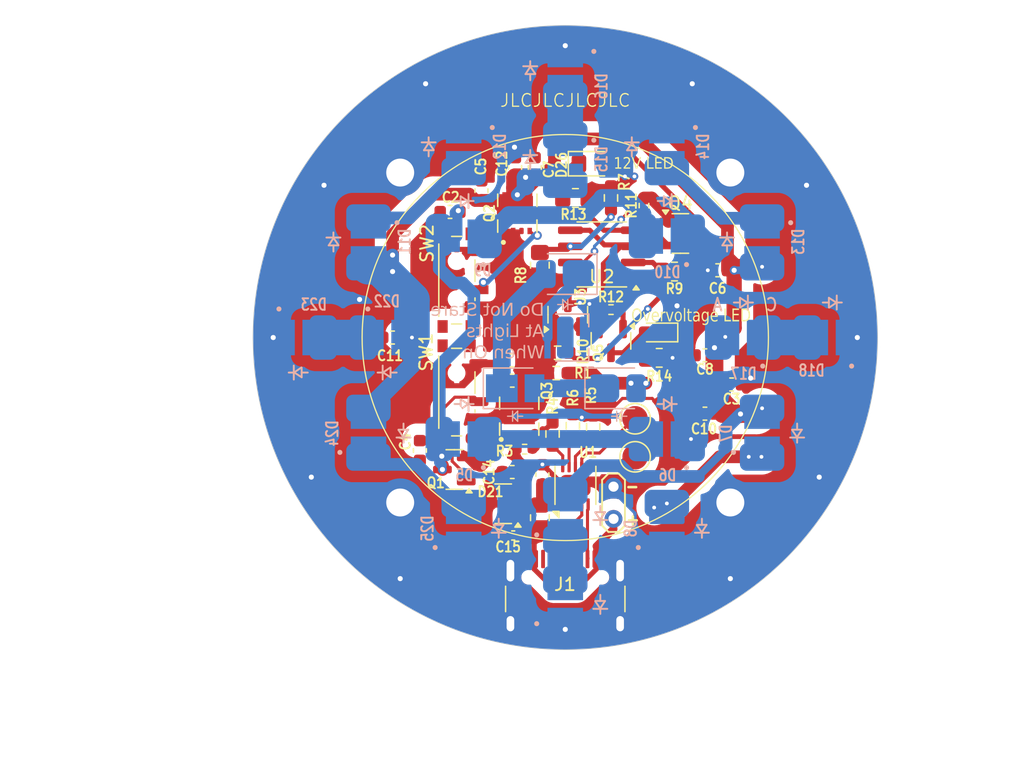
<source format=kicad_pcb>
(kicad_pcb (version 20221018) (generator pcbnew)
  (layers (0 "F.Cu" signal) (31 "B.Cu" signal) (34 "B.Paste" user) (35 "F.Paste" user) (36 "B.SilkS" user "B.Silkscreen") (37 "F.SilkS" user "F.Silkscreen") (38 "B.Mask" user) (39 "F.Mask" user) (44 "Edge.Cuts" user))
  (net 0 "")
  (net 1 "GND")
  (net 2 "VBUS")
  (net 3 "+12V")
  (net 4 "Net-(D10-A)")
  (net 5 "Net-(D2-K)")
  (net 6 "Net-(D24-K)")
  (net 7 "Net-(D26-K)")
  (net 8 "Net-(D26-A)")
  (net 9 "/CC1")
  (net 10 "/CC2")
  (net 11 "Net-(Q1-G)")
  (net 12 "/VREF")
  (net 13 "Net-(U1-VIN)")
  (net 14 "Net-(U1-VSET)")
  (net 15 "Net-(U1-ISET)")
  (net 16 "Net-(U1-Gate)")
  (net 17 "Net-(D5-A)")
  (net 18 "Net-(D11-A)")
  (net 19 "Net-(D1-A)")
  (net 20 "Net-(D1-K)")
  (net 21 "Net-(D3-K)")
  (net 22 "Net-(D5-K)")
  (net 23 "Net-(D7-K)")
  (net 24 "Net-(D11-K)")
  (net 25 "Net-(D13-K)")
  (net 26 "Net-(D15-K)")
  (net 27 "Net-(D17-K)")
  (net 28 "Net-(D19-K)")
  (net 29 "Net-(D22-K)")
  (net 30 "Net-(D27-K)")
  (net 31 "Net-(D27-A)")
  (net 34 "Net-(SW2-B)")
  (net 35 "Net-(Q3-Pad4)")
  (net 36 "Net-(Q4-G)")
  (net 37 "Net-(Q5-G)")
  (net 40 "Net-(U1-SCL)")
  (net 41 "Net-(U1-SDA)")
  (net 45 "Net-(U2B--)")
  (net 48 "Net-(U2A--)")
  (footprint "Capacitor_SMD:C_0603_1608Metric" (layer "F.Cu") (at 95.825 103.4 180)
    (fp_text reference "C13")
    (fp_text value "1 uF 50V X5R")
  )
  (footprint "Capacitor_SMD:C_0603_1608Metric" (layer "F.Cu") (at 111 101.4 180)
    (fp_text reference "C8")
    (fp_text value "1 uF 50V X5R")
  )
  (footprint "PowerIC:TRANS_AONR21307" (layer "F.Cu") (at 96.375 106.2 90)
    (fp_text reference "Q3")
    (fp_text value "P-Channel DFN-8")
  )
  (footprint "TestPoint:TestPoint_Pad_D2.0mm" (layer "F.Cu") (at 105.5 109.4)
    (fp_text reference "TP3")
    (fp_text value "TPI")
  )
  (footprint "Resistor_SMD:R_0805_2012Metric_Pad1.20x1.40mm_HandSolder" (layer "F.Cu") (at 100.8 89 180)
    (fp_text reference "R13")
    (fp_text value "680")
  )
  (footprint "Package_DFN_QFN:DFN-10-1EP_3x3mm_P0.5mm_EP1.65x2.38mm" (layer "F.Cu") (at 100.8 111.65 90)
    (fp_text reference "U1")
    (fp_text value "HUSB238")
  )
  (footprint "Capacitor_SMD:C_0603_1608Metric" (layer "F.Cu") (at 88.55 108.9 -90)
    (fp_text reference "C4")
    (fp_text value "1 uF 50V X5R")
  )
  (footprint "Resistor_SMD:R_0603_1608Metric_Pad0.98x0.95mm_HandSolder" (layer "F.Cu") (at 102.2 107.05 90)
    (fp_text reference "R5")
    (fp_text value "10K")
  )
  (footprint "Package_TO_SOT_SMD:SOT-23" (layer "F.Cu") (at 103.6 100.2625 -90)
    (fp_text reference "Q5")
    (fp_text value "AO3401A")
  )
  (footprint "Capacitor_SMD:C_0603_1608Metric" (layer "F.Cu") (at 93.4 88.425 90)
    (fp_text reference "C5")
    (fp_text value "1 uF 50V X5R")
  )
  (footprint "Connector_USB:USB_C_Receptacle_HRO_TYPE-C-31-M-12" (layer "F.Cu") (at 100 121.5)
    (fp_text reference "J1")
    (fp_text value "USB_C_Receptacle_USB2.0")
  )
  (footprint "MountingHole:MountingHole_2.2mm_M2_DIN965_Pad" (layer "F.Cu") (at 113 87)
    (fp_text reference "H1")
    (fp_text value "Mnt")
  )
  (footprint "Resistor_SMD:R_0402_1005Metric_Pad0.72x0.64mm_HandSolder" (layer "F.Cu") (at 106.2 89.6 90)
    (fp_text reference "R11")
    (fp_text value "200K")
  )
  (footprint "Resistor_SMD:R_0603_1608Metric_Pad0.98x0.95mm_HandSolder" (layer "F.Cu") (at 103.6 89 90)
    (fp_text reference "R7")
    (fp_text value "180")
  )
  (footprint "Capacitor_SMD:C_0603_1608Metric" (layer "F.Cu") (at 95.8 101.8 180)
    (fp_text reference "C1")
    (fp_text value "1 uF 50V X5R")
  )
  (footprint "Package_TO_SOT_SMD:SOT-23" (layer "F.Cu") (at 95.1125 113.1 180)
    (fp_text reference "D21")
    (fp_text value "SM712_SOT23")
  )
  (footprint "Button_Switch_SMD:SW_SPDT_PCM12" (layer "F.Cu") (at 91.77 95.48 -90)
    (fp_text reference "SW2")
    (fp_text value "SW_SPDT")
  )
  (footprint "Capacitor_SMD:C_0402_1005Metric_Pad0.74x0.62mm_HandSolder" (layer "F.Cu") (at 95.9 115.6)
    (fp_text reference "C15")
    (fp_text value "10 nF 50V X7R")
  )
  (footprint "Package_TO_SOT_SMD:SOT-23" (layer "F.Cu") (at 91.2625 110.4 180)
    (fp_text reference "Q1")
    (fp_text value "AO3401A")
  )
  (footprint "Capacitor_SMD:C_0603_1608Metric" (layer "F.Cu") (at 97.6 86.6 90)
    (fp_text reference "C7")
    (fp_text value "1 uF 50V X5R")
  )
  (footprint "LED_SMD:LED_0603_1608Metric_Pad1.05x0.95mm_HandSolder" (layer "F.Cu") (at 107.2 99.6 180)
    (fp_text reference "D27")
    (fp_text value "RI_LED")
  )
  (footprint "LED_SMD:LED_0805_2012Metric_Pad1.15x1.40mm_HandSolder" (layer "F.Cu") (at 102.1 86.3)
    (fp_text reference "D26")
    (fp_text value "GI_LED")
  )
  (footprint "PowerIC:TRANS_AONR21307" (layer "F.Cu") (at 96.225 90.2 90)
    (fp_text reference "Q2")
    (fp_text value "P-Channel DFN-8")
  )
  (footprint "Resistor_SMD:R_0603_1608Metric_Pad0.98x0.95mm_HandSolder" (layer "F.Cu") (at 100.6 106.95 90)
    (fp_text reference "R6")
    (fp_text value "4.53K")
  )
  (footprint "Resistor_SMD:R_0805_2012Metric_Pad1.20x1.40mm_HandSolder" (layer "F.Cu") (at 108.6 94.8)
    (fp_text reference "R9")
    (fp_text value "680")
  )
  (footprint "Capacitor_SMD:C_0603_1608Metric" (layer "F.Cu") (at 113.1 103.7)
    (fp_text reference "C3")
    (fp_text value "1 uF 50V X5R")
  )
  (footprint "Package_SO:SOIC-8_3.9x4.9mm_P1.27mm" (layer "F.Cu") (at 102.88 93.45 180)
    (fp_text reference "U2")
    (fp_text value "LM393")
  )
  (footprint "Package_TO_SOT_SMD:SOT-23" (layer "F.Cu") (at 109.0625 91.8)
    (fp_text reference "Q4")
    (fp_text value "AO3401A")
  )
  (footprint "Resistor_SMD:R_0805_2012Metric_Pad1.20x1.40mm_HandSolder" (layer "F.Cu") (at 98 114.2 90)
    (fp_text reference "R2")
    (fp_text value "10")
  )
  (footprint "Resistor_SMD:R_0603_1608Metric_Pad0.98x0.95mm_HandSolder" (layer "F.Cu") (at 99 107.6 -90)
    (fp_text reference "R4")
    (fp_text value "4.53K")
  )
  (footprint "Capacitor_SMD:C_0603_1608Metric" (layer "F.Cu") (at 96.05 86.6 90)
    (fp_text reference "C12")
    (fp_text value "1 uF 50V X5R")
  )
  (footprint "Resistor_SMD:R_0603_1608Metric_Pad0.98x0.95mm_HandSolder" (layer "F.Cu") (at 99.2875 102.8)
    (fp_text reference "R1")
    (fp_text value "33")
  )
  (footprint "TestPoint:TestPoint_2Pads_Pitch2.54mm_Drill0.8mm" (layer "F.Cu") (at 103.8 111.75 -90)
    (fp_text reference "TP1")
    (fp_text value "TP")
  )
  (footprint "Package_TO_SOT_SMD:SOT-23" (layer "F.Cu") (at 100.2 98.2 90)
    (fp_text reference "U3")
    (fp_text value "TL431DBZ")
  )
  (footprint "Resistor_SMD:R_0603_1608Metric_Pad0.98x0.95mm_HandSolder" (layer "F.Cu") (at 99.4 101.2)
    (fp_text reference "R10")
    (fp_text value "2K7")
  )
  (footprint "MountingHole:MountingHole_2.2mm_M2_DIN965_Pad" (layer "F.Cu") (at 113 113)
    (fp_text reference "H3")
    (fp_text value "Mnt")
  )
  (footprint "TestPoint:TestPoint_Pad_D2.0mm" (layer "F.Cu") (at 105.5 106.4)
    (fp_text reference "TP2")
    (fp_text value "TPI")
  )
  (footprint "Resistor_SMD:R_0805_2012Metric_Pad1.20x1.40mm_HandSolder" (layer "F.Cu") (at 98 94.3 90)
    (fp_text reference "R8")
    (fp_text value "680")
  )
  (footprint "Capacitor_SMD:C_0603_1608Metric" (layer "F.Cu") (at 95.825 110.6 180)
    (fp_text reference "C14")
    (fp_text value "1 uF 50V X5R")
  )
  (footprint "Resistor_SMD:R_0805_2012Metric_Pad1.20x1.40mm_HandSolder" (layer "F.Cu") (at 107.4 101.6)
    (fp_text reference "R14")
    (fp_text value "680")
  )
  (footprint "Capacitor_SMD:C_0603_1608Metric" (layer "F.Cu") (at 112 94.7 180)
    (fp_text reference "C6")
    (fp_text value "1 uF 50V X5R")
  )
  (footprint "MountingHole:MountingHole_2.2mm_M2_DIN965_Pad" (layer "F.Cu") (at 87 87)
    (fp_text reference "H2")
    (fp_text value "Mnt")
  )
  (footprint "Button_Switch_SMD:SW_SPDT_PCM12" (layer "F.Cu") (at 91.77 104.3 -90)
    (fp_text reference "SW1")
    (fp_text value "SW_SPDT")
  )
  (footprint "Resistor_SMD:R_0402_1005Metric_Pad0.72x0.64mm_HandSolder" (layer "F.Cu") (at 103.6 97.8)
    (fp_text reference "R12")
    (fp_text value "200K")
  )
  (footprint "Capacitor_SMD:C_0603_1608Metric" (layer "F.Cu") (at 111 106 180)
    (fp_text reference "C10")
    (fp_text value "1 uF 50V X5R")
  )
  (footprint "Capacitor_SMD:C_0603_1608Metric" (layer "F.Cu") (at 90.925 90.1 180)
    (fp_text reference "C2")
    (fp_text value "1 uF 50V X5R")
  )
  (footprint "Capacitor_SMD:C_0603_1608Metric" (layer "F.Cu") (at 98.2 110.8 90)
    (fp_text reference "C9")
    (fp_text value "1 uF 50V X5R")
  )
  (footprint "Capacitor_SMD:C_0603_1608Metric" (layer "F.Cu") (at 86.4 100 180)
    (fp_text reference "C11")
    (fp_text value "1 uF 50V X5R")
  )
  (footprint "MountingHole:MountingHole_2.2mm_M2_DIN965_Pad" (layer "F.Cu") (at 87 113)
    (fp_text reference "H4")
    (fp_text value "Mnt")
  )
  (footprint "Resistor_SMD:R_0402_1005Metric_Pad0.72x0.64mm_HandSolder" (layer "F.Cu") (at 96.8 108.8 180)
    (fp_text reference "R3")
    (fp_text value "200K")
  )
  (footprint "PowerIC:LED_SMD3030" (layer "B.Cu") (at 115.5 107.5)
    (fp_text reference "D7")
    (fp_text value "W_LED")
  )
  (footprint "PowerIC:LED_SMD3030" (layer "B.Cu") (at 100 114)
    (fp_text reference "D19")
    (fp_text value "W_LED")
  )
  (footprint "PowerIC:LED_SMD3030" (layer "B.Cu") (at 84.5 92.5 180)
    (fp_text reference "D11")
    (fp_text value "W_LED")
  )
  (footprint "PowerIC:LED_SMD3030" (layer "B.Cu") (at 86 100 -90)
    (fp_text reference "D22")
    (fp_text value "W_LED")
  )
  (footprint "PowerIC:LED_SMD3030" (layer "B.Cu") (at 92 108 90)
    (fp_text reference "D5")
    (fp_text value "G_LED")
  )
  (footprint "PowerIC:LED_SMD3030" (layer "B.Cu") (at 100 79 180)
    (fp_text reference "D16")
    (fp_text value "W_LED")
  )
  (footprint "PowerIC:LED_SMD3030" (layer "B.Cu") (at 108 85 180)
    (fp_text reference "D14")
    (fp_text value "W_LED")
  )
  (footprint "PowerIC:LED_SMD3030" (layer "B.Cu") (at 121 100 90)
    (fp_text reference "D18")
    (fp_text value "W_LED")
  )
  (footprint "PowerIC:LED_SMD3030" (layer "B.Cu") (at 115.5 92.5 180)
    (fp_text reference "D13")
    (fp_text value "W_LED")
  )
  (footprint "PowerIC:LED_SMD3030" (layer "B.Cu") (at 92 115)
    (fp_text reference "D25")
    (fp_text value "W_LED")
  )
  (footprint "LED_SMD:LED_PLCC_2835_Handsoldering" (layer "B.Cu") (at 100 95 180)
    (fp_text reference "D3")
    (fp_text value "FR_LED")
  )
  (footprint "LED_SMD:LED_Cree-XHP35" (layer "B.Cu") (at 100 100 180)
    (fp_text reference "D4")
    (fp_text value "UV_LED")
  )
  (footprint "PowerIC:LED_SMD3030" (layer "B.Cu") (at 108 92 90)
    (fp_text reference "D10")
    (fp_text value "G_LED")
  )
  (footprint "PowerIC:LED_SMD3030" (layer "B.Cu") (at 100 121)
    (fp_text reference "D20")
    (fp_text value "W_LED")
  )
  (footprint "LED_SMD:LED_PLCC_2835_Handsoldering" (layer "B.Cu") (at 104.05 104)
    (fp_text reference "D1")
    (fp_text value "FR_LED")
  )
  (footprint "PowerIC:LED_SMD3030" (layer "B.Cu") (at 114 100 90)
    (fp_text reference "D17")
    (fp_text value "W_LED")
  )
  (footprint "PowerIC:LED_SMD3030" (layer "B.Cu") (at 108 115)
    (fp_text reference "D8")
    (fp_text value "W_LED")
  )
  (footprint "LED_SMD:LED_PLCC_2835_Handsoldering" (layer "B.Cu") (at 96.05 104)
    (fp_text reference "D2")
    (fp_text value "FR_LED")
  )
  (footprint "PowerIC:LED_SMD3030" (layer "B.Cu") (at 79 100 -90)
    (fp_text reference "D23")
    (fp_text value "W_LED")
  )
  (footprint "PowerIC:LED_SMD3030" (layer "B.Cu") (at 100 86 180)
    (fp_text reference "D15")
    (fp_text value "W_LED")
  )
  (footprint "PowerIC:LED_SMD3030" (layer "B.Cu") (at 108 108 90)
    (fp_text reference "D6")
    (fp_text value "G_LED")
  )
  (footprint "PowerIC:LED_SMD3030" (layer "B.Cu") (at 84.5 107.5)
    (fp_text reference "D24")
    (fp_text value "W_LED")
  )
  (footprint "PowerIC:LED_SMD3030" (layer "B.Cu") (at 92 85 180)
    (fp_text reference "D12")
    (fp_text value "W_LED")
  )
  (footprint "PowerIC:LED_SMD3030" (layer "B.Cu") (at 92 92 90)
    (fp_text reference "D9")
    (fp_text value "G_LED")
  )
  (gr_line (start 99.4 97.4) (end 99.8 97.4) (stroke (width 0.1)) (layer "B.SilkS"))
  (gr_line (start 104.05 106.2) (end 104.45 106.6) (stroke (width 0.1)) (layer "B.SilkS"))
  (gr_line (start 99.8 97) (end 99.8 97.8) (stroke (width 0.1)) (layer "B.SilkS"))
  (gr_line (start 104.45 106.6) (end 104.45 105.8) (stroke (width 0.1)) (layer "B.SilkS"))
  (gr_line (start 99.8 97.8) (end 100.2 97.4) (stroke (width 0.1)) (layer "B.SilkS"))
  (gr_line (start 96.25 105.8) (end 95.85 106.2) (stroke (width 0.1)) (layer "B.SilkS"))
  (gr_line (start 104.05 106.6) (end 104.05 105.8) (stroke (width 0.1)) (layer "B.SilkS"))
  (gr_line (start 104.45 105.8) (end 104.05 106.2) (stroke (width 0.1)) (layer "B.SilkS"))
  (gr_line (start 100.2 97) (end 100.2 97.8) (stroke (width 0.1)) (layer "B.SilkS"))
  (gr_line (start 95.85 106.2) (end 96.25 106.6) (stroke (width 0.1)) (layer "B.SilkS"))
  (gr_line (start 96.25 106.6) (end 96.25 105.8) (stroke (width 0.1)) (layer "B.SilkS"))
  (gr_line (start 96.65 106.2) (end 96.25 106.2) (stroke (width 0.1)) (layer "B.SilkS"))
  (gr_line (start 104.85 106.2) (end 104.45 106.2) (stroke (width 0.1)) (layer "B.SilkS"))
  (gr_line (start 100.2 97.4) (end 99.8 97) (stroke (width 0.1)) (layer "B.SilkS"))
  (gr_line (start 104.05 106.2) (end 103.65 106.2) (stroke (width 0.1)) (layer "B.SilkS"))
  (gr_line (start 95.85 106.2) (end 95.45 106.2) (stroke (width 0.1)) (layer "B.SilkS"))
  (gr_line (start 95.85 106.6) (end 95.85 105.8) (stroke (width 0.1)) (layer "B.SilkS"))
  (gr_line (start 100.2 97.4) (end 100.6 97.4) (stroke (width 0.1)) (layer "B.SilkS"))
  (gr_circle (center 100 100) (end 116 100) (stroke (width 0.1)) (fill none) (layer "F.SilkS"))
  (gr_circle (center 100 100) (end 124.6 100) (stroke (width 0.05)) (fill none) (layer "Edge.Cuts"))
  (gr_text "C     A" (at 116.8 98) (layer "B.SilkS") (effects (font (size 1 0.9) (thickness 0.15) bold) (justify left bottom mirror)))
  (gr_text "Do Not Stare\nAt Lights\nWhen On" (at 98.35 101.81) (layer "B.SilkS") (effects (font (size 1 1) (thickness 0.1)) (justify left bottom mirror)))
  (gr_text "JLCJLCJLCJLC" (at 100 81.9) (layer "F.SilkS") (effects (font (size 1 1) (thickness 0.1)) (justify bottom)))
  (gr_text "+" (at 104.7 114.82) (layer "F.SilkS") (effects (font (size 0.8 0.8) (thickness 0.2) bold) (justify left bottom)))
  (gr_text "12V LED" (at 103.8 86.85) (layer "F.SilkS") (effects (font (size 0.9 0.8) (thickness 0.1)) (justify left bottom)))
  (gr_text "-" (at 104.65 112.2) (layer "F.SilkS") (effects (font (size 0.8 0.8) (thickness 0.2) bold) (justify left bottom)))
  (gr_text "Overvoltage LED" (at 105.2 98.9) (layer "F.SilkS") (effects (font (size 1 0.8) (thickness 0.1)) (justify left bottom)))
  (segment (start 103.1625 106.1375) (end 102.2 106.1375) (width 0.24) (layer "F.Cu") (net 1))
  (segment (start 96.595 117.455) (end 95.68 118.37) (width 0.8) (layer "F.Cu") (net 1))
  (segment (start 93.2 102.05) (end 94.775 102.05) (width 0.6) (layer "F.Cu") (net 1))
  (segment (start 90.15 90.1) (end 90.05 90.1) (width 0.4) (layer "F.Cu") (net 1))
  (segment (start 94.125 113.1) (end 94.125 111.525) (width 1) (layer "F.Cu") (net 1))
  (segment (start 104.7 87.3) (end 105.45 87.3) (width 0.4) (layer "F.Cu") (net 1))
  (segment (start 93.2 102.6) (end 93.2 102.05) (width 0.4) (layer "F.Cu") (net 1))
  (segment (start 100.8 111.75) (end 101.2 111.35) (width 0.8) (layer "F.Cu") (net 1))
  (segment (start 95.05 101.825) (end 95.025 101.8) (width 0.4) (layer "F.Cu") (net 1))
  (segment (start 103.9125 88.0875) (end 104.7 87.3) (width 0.4) (layer "F.Cu") (net 1))
  (segment (start 92 103.8) (end 93.2 102.6) (width 0.4) (layer "F.Cu") (net 1))
  (segment (start 109.9 107.85) (end 106.85 104.8) (width 0.24) (layer "F.Cu") (net 1))
  (segment (start 109.9 108) (end 109.9 107.85) (width 0.24) (layer "F.Cu") (net 1))
  (segment (start 101.2 111.35) (end 103 111.35) (width 0.8) (layer "F.Cu") (net 1))
  (segment (start 106.85 104.8) (end 104.5 104.8) (width 0.24) (layer "F.Cu") (net 1))
  (segment (start 103 111.35) (end 103.4 111.75) (width 0.8) (layer "F.Cu") (net 1))
  (segment (start 101.15 97.2625) (end 100.2 97.2625) (width 0.4) (layer "F.Cu") (net 1))
  (segment (start 90.75 93.05) (end 90.55 93.05) (width 0.4) (layer "F.Cu") (net 1))
  (segment (start 96.75 117.455) (end 96.595 117.455) (width 0.4) (layer "F.Cu") (net 1))
  (segment (start 109.6 94.8) (end 111.125 94.8) (width 1.4) (layer "F.Cu") (net 1))
  (segment (start 101.2375 97.35) (end 101.15 97.2625) (width 0.4) (layer "F.Cu") (net 1))
  (segment (start 85.625 100.525) (end 88.9 103.8) (width 0.4) (layer "F.Cu") (net 1))
  (segment (start 94.775 102.05) (end 95.025 101.8) (width 0.4) (layer "F.Cu") (net 1))
  (segment (start 85.625 97.975) (end 85.625 100) (width 0.4) (layer "F.Cu") (net 1))
  (segment (start 95.05 103.4) (end 95.05 101.825) (width 0.4) (layer "F.Cu") (net 1))
  (segment (start 108.4 101.6) (end 108.45 101.6) (width 1.4) (layer "F.Cu") (net 1))
  (segment (start 100.6 106.2875) (end 101.2875 106.2875) (width 0.4) (layer "F.Cu") (net 1))
  (segment (start 103.6 88.0875) (end 103.9125 88.0875) (width 0.4) (layer "F.Cu") (net 1))
  (segment (start 101.8 90.3) (end 101.8 89) (width 0.4) (layer "F.Cu") (net 1))
  (segment (start 98.2 110) (end 99.95 111.75) (width 0.4) (layer "F.Cu") (net 1))
  (segment (start 85.625 100) (end 85.625 100.525) (width 0.4) (layer "F.Cu") (net 1))
  (segment (start 101.9 97.35) (end 101.2375 97.35) (width 0.4) (layer "F.Cu") (net 1))
  (segment (start 88.85 92.7) (end 89.2 93.05) (width 0.4) (layer "F.Cu") (net 1))
  (segment (start 88.9 103.8) (end 92 103.8) (width 0.4) (layer "F.Cu") (net 1))
  (segment (start 88.85 91.3) (end 88.85 92.7) (width 0.4) (layer "F.Cu") (net 1))
  (segment (start 90.55 93.05) (end 85.625 97.975) (width 0.4) (layer "F.Cu") (net 1))
  (segment (start 93.2 93.2) (end 93.05 93.05) (width 0.4) (layer "F.Cu") (net 1))
  (segment (start 89.2 93.05) (end 90.75 93.05) (width 0.4) (layer "F.Cu") (net 1))
  (segment (start 111.125 94.8) (end 111.225 94.7) (width 1.4) (layer "F.Cu") (net 1))
  (segment (start 103.25 117.455) (end 103.405 117.455) (width 0.4) (layer "F.Cu") (net 1))
  (segment (start 103.045 91.545) (end 101.8 90.3) (width 0.4) (layer "F.Cu") (net 1))
  (segment (start 94.125 111.525) (end 95.05 110.6) (width 1) (layer "F.Cu") (net 1))
  (segment (start 99.95 111.75) (end 100.8 111.75) (width 0.4) (layer "F.Cu") (net 1))
  (segment (start 101.2875 106.2875) (end 101.3 106.3) (width 0.4) (layer "F.Cu") (net 1))
  (segment (start 98.2 110.025) (end 98.2 110) (width 0.4) (layer "F.Cu") (net 1))
  (segment (start 105.355 91.545) (end 103.045 91.545) (width 0.4) (layer "F.Cu") (net 1))
  (segment (start 104.5 104.8) (end 103.1625 106.1375) (width 0.24) (layer "F.Cu") (net 1))
  (segment (start 103.4 111.75) (end 103.8 112.15) (width 0.4) (layer "F.Cu") (net 1))
  (segment (start 103.405 117.455) (end 104.32 118.37) (width 0.8) (layer "F.Cu") (net 1))
  (segment (start 90.05 90.1) (end 88.85 91.3) (width 0.4) (layer "F.Cu") (net 1))
  (segment (start 93.05 93.05) (end 90.75 93.05) (width 0.4) (layer "F.Cu") (net 1))
  (via (at 89 80) (size 0.7) (drill 0.4) (layers "F.Cu" "B.Cu") (net 1))
  (via (at 77 100) (size 0.7) (drill 0.4) (layers "F.Cu" "B.Cu") (net 1))
  (via (at 98.2 110) (size 0.6) (drill 0.3) (layers "F.Cu" "B.Cu") (net 1))
  (via (at 108.45 101.6) (size 0.6) (drill 0.3) (layers "F.Cu" "B.Cu") (net 1))
  (via (at 87 119) (size 0.7) (drill 0.4) (layers "F.Cu" "B.Cu") (net 1))
  (via (at 110 80) (size 0.7) (drill 0.4) (layers "F.Cu" "B.Cu") (net 1))
  (via (at 108.8 97.5) (size 0.7) (drill 0.4) (layers "F.Cu" "B.Cu") (net 1))
  (via (at 81 88) (size 0.7) (drill 0.4) (layers "F.Cu" "B.Cu") (net 1))
  (via (at 101.9 97.35) (size 0.6) (drill 0.3) (layers "F.Cu" "B.Cu") (net 1))
  (via (at 113 119) (size 0.7) (drill 0.4) (layers "F.Cu" "B.Cu") (net 1))
  (via (at 105.45 87.3) (size 0.6) (drill 0.3) (layers "F.Cu" "B.Cu") (net 1))
  (via (at 96 85) (size 0.7) (drill 0.4) (layers "F.Cu" "B.Cu") (net 1))
  (via (at 100 123) (size 0.7) (drill 0.4) (layers "F.Cu" "B.Cu") (net 1))
  (via (at 123 100) (size 0.7) (drill 0.4) (layers "F.Cu" "B.Cu") (net 1))
  (via (at 104.7 87.3) (size 0.6) (drill 0.3) (layers "F.Cu" "B.Cu") (net 1))
  (via (at 83.8 97) (size 0.7) (drill 0.4) (layers "F.Cu" "B.Cu") (net 1))
  (via (at 114.6 103.2) (size 0.7) (drill 0.4) (layers "F.Cu" "B.Cu") (net 1))
  (via (at 101.3 106.3) (size 0.6) (drill 0.3) (layers "F.Cu" "B.Cu") (net 1))
  (via (at 101.15 97.2625) (size 0.6) (drill 0.3) (layers "F.Cu" "B.Cu") (net 1))
  (via (at 109.9 108) (size 0.6) (drill 0.3) (layers "F.Cu" "B.Cu") (net 1))
  (via (at 111.225 94.7) (size 0.6) (drill 0.3) (layers "F.Cu" "B.Cu") (net 1))
  (via (at 119 88) (size 0.7) (drill 0.4) (layers "F.Cu" "B.Cu") (net 1))
  (via (at 120 111) (size 0.7) (drill 0.4) (layers "F.Cu" "B.Cu") (net 1))
  (via (at 100 77) (size 0.7) (drill 0.4) (layers "F.Cu" "B.Cu") (net 1))
  (via (at 80 111) (size 0.7) (drill 0.4) (layers "F.Cu" "B.Cu") (net 1))
  (segment (start 103.8 112.15) (end 105.5 113.85) (width 0.24) (layer "B.Cu") (net 1))
  (segment (start 109.925 108) (end 109.9 108) (width 0.24) (layer "B.Cu") (net 1))
  (segment (start 105.9 115.2) (end 107.625 116.925) (width 0.24) (layer "B.Cu") (net 1))
  (segment (start 105.5 113.85) (end 105.5 115.2) (width 0.24) (layer "B.Cu") (net 1))
  (segment (start 107.625 116.925) (end 108 116.925) (width 0.24) (layer "B.Cu") (net 1))
  (segment (start 105.5 115.2) (end 105.9 115.2) (width 0.24) (layer "B.Cu") (net 1))
  (segment (start 103.8 115.1) (end 103.8 114.69) (width 0.6) (layer "F.Cu") (net 2))
  (segment (start 97.55 117.455) (end 97.55 115.65) (width 0.4) (layer "F.Cu") (net 2))
  (segment (start 102.45 117.455) (end 102.45 116.45) (width 0.5) (layer "F.Cu") (net 2))
  (segment (start 99.126016 119.82) (end 97.55 118.243984) (width 0.4) (layer "F.Cu") (net 2))
  (segment (start 102.45 118.243984) (end 100.873984 119.82) (width 0.4) (layer "F.Cu") (net 2))
  (segment (start 97.55 115.65) (end 98 115.2) (width 0.4) (layer "F.Cu") (net 2))
  (segment (start 97.55 118.243984) (end 97.55 117.455) (width 0.4) (layer "F.Cu") (net 2))
  (segment (start 100.873984 119.82) (end 99.126016 119.82) (width 0.4) (layer "F.Cu") (net 2))
  (segment (start 102.45 117.455) (end 102.45 118.243984) (width 0.4) (layer "F.Cu") (net 2))
  (segment (start 102.45 116.45) (end 103.8 115.1) (width 0.6) (layer "F.Cu") (net 2))
  (segment (start 93.925 92) (end 95.575 90.35) (width 1.4) (layer "B.Cu") (net 4))
  (segment (start 106.075 90.275) (end 106.075 92) (width 1.4) (layer "B.Cu") (net 4))
  (segment (start 101.55 90.35) (end 102.9 89) (width 1.3) (layer "B.Cu") (net 4))
  (segment (start 95.575 90.35) (end 101.55 90.35) (width 1.4) (layer "B.Cu") (net 4))
  (segment (start 102.9 89) (end 104.8 89) (width 1.4) (layer "B.Cu") (net 4))
  (segment (start 104.8 89) (end 106.075 90.275) (width 1.4) (layer "B.Cu") (net 4))
  (segment (start 98.475 95) (end 95 98.475) (width 1.4) (layer "B.Cu") (net 5))
  (segment (start 95 98.475) (end 95 104) (width 1.4) (layer "B.Cu") (net 5))
  (segment (start 85.075 110) (end 88.3 110) (width 1) (layer "B.Cu") (net 6))
  (segment (start 84.5 109.425) (end 85.075 110) (width 1) (layer "B.Cu") (net 6))
  (segment (start 88.3 110) (end 91.375 113.075) (width 1) (layer "B.Cu") (net 6))
  (segment (start 91.375 113.075) (end 92 113.075) (width 1) (layer "B.Cu") (net 6))
  (segment (start 101.075 86.3) (end 99.8 87.575) (width 1) (layer "F.Cu") (net 7))
  (segment (start 99.8 87.575) (end 99.8 89) (width 1) (layer "F.Cu") (net 7))
  (segment (start 110.3 91.5) (end 110 91.8) (width 0.4) (layer "F.Cu") (net 8))
  (segment (start 103.125 86.3) (end 103.675 85.75) (width 0.4) (layer "F.Cu") (net 8))
  (segment (start 103.675 85.75) (end 105.35 85.75) (width 0.4) (layer "F.Cu") (net 8))
  (segment (start 105.35 85.75) (end 110.3 90.7) (width 0.4) (layer "F.Cu") (net 8))
  (segment (start 110.3 90.7) (end 110.3 91.5) (width 0.4) (layer "F.Cu") (net 8))
  (segment (start 98.75 116.55) (end 98.75 117.455) (width 0.24) (layer "F.Cu") (net 9))
  (segment (start 101.3 114) (end 98.75 116.55) (width 0.24) (layer "F.Cu") (net 9))
  (segment (start 101.3 113.2) (end 101.3 114) (width 0.24) (layer "F.Cu") (net 9))
  (segment (start 101.75 117.455) (end 101.8 117.405) (width 0.24) (layer "F.Cu") (net 10))
  (segment (start 101.75 113.6) (end 101.75 117.455) (width 0.24) (layer "F.Cu") (net 10))
  (segment (start 101.8 113.55) (end 101.75 113.6) (width 0.24) (layer "F.Cu") (net 10))
  (segment (start 101.8 112.9) (end 101.8 113.55) (width 0.24) (layer "F.Cu") (net 10))
  (segment (start 92.15 110.806338) (end 92.15 111.4) (width 0.24) (layer "F.Cu") (net 11))
  (segment (start 90.4 106.5) (end 91.0925 107.1925) (width 0.24) (layer "F.Cu") (net 11))
  (segment (start 91.3 104.7) (end 90.4 105.6) (width 0.24) (layer "F.Cu") (net 11))
  (segment (start 90.4 105.6) (end 90.4 106.5) (width 0.24) (layer "F.Cu") (net 11))
  (segment (start 91.0925 109.748838) (end 92.15 110.806338) (width 0.24) (layer "F.Cu") (net 11))
  (segment (start 91.0925 107.1925) (end 91.0925 109.748838) (width 0.24) (layer "F.Cu") (net 11))
  (segment (start 93.2 105.05) (end 92.85 104.7) (width 0.24) (layer "F.Cu") (net 11))
  (segment (start 92.85 104.7) (end 91.3 104.7) (width 0.24) (layer "F.Cu") (net 11))
  (segment (start 103.9 92.7) (end 103.9 93.1) (width 0.4) (layer "F.Cu") (net 12))
  (segment (start 103.08 92.7) (end 103.9 92.7) (width 0.4) (layer "F.Cu") (net 12))
  (segment (start 108.06 92.815) (end 108.125 92.75) (width 0.4) (layer "F.Cu") (net 12))
  (segment (start 105.24 92.7) (end 105.355 92.815) (width 0.4) (layer "F.Cu") (net 12))
  (segment (start 101.925 91.545) (end 103.08 92.7) (width 0.4) (layer "F.Cu") (net 12))
  (segment (start 102.65 98.1525) (end 103.0025 97.8) (width 0.4) (layer "F.Cu") (net 12))
  (segment (start 105.355 92.815) (end 107.4 92.815) (width 0.4) (layer "F.Cu") (net 12))
  (segment (start 102.65 99.325) (end 102.65 98.1525) (width 0.4) (layer "F.Cu") (net 12))
  (segment (start 102.4625 99.1375) (end 102.65 99.325) (width 1) (layer "F.Cu") (net 12))
  (segment (start 106.2 90.1975) (end 106.2 90.2) (width 0.4) (layer "F.Cu") (net 12))
  (segment (start 107.4 92.815) (end 108.06 92.815) (width 0.4) (layer "F.Cu") (net 12))
  (segment (start 106.9 90.9) (end 106.9 91.525) (width 0.4) (layer "F.Cu") (net 12))
  (segment (start 103.9 92.7) (end 105.24 92.7) (width 0.4) (layer "F.Cu") (net 12))
  (segment (start 107.4 92.3) (end 107.4 92.815) (width 0.4) (layer "F.Cu") (net 12))
  (segment (start 101.15 99.1375) (end 102.4625 99.1375) (width 1) (layer "F.Cu") (net 12))
  (segment (start 106.2 90.2) (end 106.9 90.9) (width 0.4) (layer "F.Cu") (net 12))
  (segment (start 100.405 91.545) (end 101.925 91.545) (width 0.4) (layer "F.Cu") (net 12))
  (segment (start 107.5375 92.1625) (end 107.4 92.3) (width 0.4) (layer "F.Cu") (net 12))
  (segment (start 106.9 91.525) (end 107.5375 92.1625) (width 0.4) (layer "F.Cu") (net 12))
  (segment (start 103.9 93.1) (end 103.997501 93.197501) (width 0.4) (layer "F.Cu") (net 12))
  (segment (start 103.997501 93.197501) (end 104.380001 92.815) (width 0.4) (layer "F.Cu") (net 12))
  (segment (start 107.5375 92.1625) (end 108.125 92.75) (width 0.4) (layer "F.Cu") (net 12))
  (segment (start 103.0025 94.192501) (end 103.997501 93.197501) (width 0.4) (layer "F.Cu") (net 12))
  (segment (start 103.0025 97.8) (end 103.0025 94.192501) (width 0.4) (layer "F.Cu") (net 12))
  (segment (start 104.380001 92.815) (end 105.355 92.815) (width 0.4) (layer "F.Cu") (net 12))
  (segment (start 99.8 113) (end 99.6 113.2) (width 0.24) (layer "F.Cu") (net 13))
  (segment (start 99.6 113.2) (end 98 113.2) (width 0.4) (layer "F.Cu") (net 13))
  (segment (start 98.2 111.575) (end 98.2 113) (width 1) (layer "F.Cu") (net 13))
  (segment (start 98.2 113) (end 98 113.2) (width 1) (layer "F.Cu") (net 13))
  (segment (start 99.8 113.3) (end 99.8 113) (width 0.24) (layer "F.Cu") (net 13))
  (segment (start 102.2 108.2) (end 102.2 108) (width 0.24) (layer "F.Cu") (net 14))
  (segment (start 100.8 109.3625) (end 102.2 107.9625) (width 0.24) (layer "F.Cu") (net 14))
  (segment (start 100.8 110.4) (end 100.8 109.3625) (width 0.24) (layer "F.Cu") (net 14))
  (segment (start 100.3 108.4125) (end 100.3 110.4) (width 0.24) (layer "F.Cu") (net 15))
  (segment (start 100.6 108.1125) (end 100.3 108.4125) (width 0.24) (layer "F.Cu") (net 15))
  (segment (start 99.8 110.4) (end 99.8 109.3125) (width 0.24) (layer "F.Cu") (net 16))
  (segment (start 99.8 109.3125) (end 99 108.5125) (width 0.24) (layer "F.Cu") (net 16))
  (segment (start 88.825 108.125) (end 90.05 109.35) (width 0.24) (layer "F.Cu") (net 17))
  (segment (start 90.05 109.35) (end 90.275 109.35) (width 0.24) (layer "F.Cu") (net 17))
  (segment (start 90.325 110.1) (end 90.325 110.4) (width 1) (layer "F.Cu") (net 17))
  (segment (start 90.275 109.35) (end 90.275 110.05) (width 0.6) (layer "F.Cu") (net 17))
  (segment (start 88.55 108.125) (end 88.825 108.125) (width 0.24) (layer "F.Cu") (net 17))
  (segment (start 90.275 110.05) (end 90.325 110.1) (width 1) (layer "F.Cu") (net 17))
  (via (at 90.325 110.4) (size 0.7) (drill 0.4) (layers "F.Cu" "B.Cu") (net 17))
  (via (at 91.575 90) (size 0.7) (drill 0.4) (layers "F.Cu" "B.Cu") (net 17))
  (via (at 90.275 109.35) (size 0.7) (drill 0.4) (layers "F.Cu" "B.Cu") (net 17))
  (segment (start 91.2 95.7) (end 90.075 94.575) (width 1) (layer "B.Cu") (net 17))
  (segment (start 90.075 109.85) (end 90.075 108) (width 0.8) (layer "B.Cu") (net 17))
  (segment (start 91.4 90.175) (end 91.575 90) (width 1) (layer "B.Cu") (net 17))
  (segment (start 90.075 94.575) (end 90.075 92) (width 1) (layer "B.Cu") (net 17))
  (segment (start 90.075 102.225) (end 92.8 99.5) (width 1) (layer "B.Cu") (net 17))
  (segment (start 92.8 96.6) (end 91.9 95.7) (width 1) (layer "B.Cu") (net 17))
  (segment (start 92.8 99.5) (end 92.8 96.6) (width 1) (layer "B.Cu") (net 17))
  (segment (start 90.275 110.35) (end 90.275 110.05) (width 0.6) (layer "B.Cu") (net 17))
  (segment (start 91.4 92) (end 91.4 90.175) (width 1) (layer "B.Cu") (net 17))
  (segment (start 90.325 110.4) (end 90.275 110.35) (width 0.6) (layer "B.Cu") (net 17))
  (segment (start 91.9 95.7) (end 91.2 95.7) (width 1) (layer "B.Cu") (net 17))
  (segment (start 90.075 108) (end 90.075 102.225) (width 1) (layer "B.Cu") (net 17))
  (segment (start 90.275 110.05) (end 90.075 109.85) (width 0.8) (layer "B.Cu") (net 17))
  (segment (start 112.325 103.7) (end 112.325 105.95) (width 1.4) (layer "F.Cu") (net 18))
  (segment (start 93.4 89.2) (end 94.5 89.2) (width 1) (layer "F.Cu") (net 18))
  (segment (start 97.6 87.375) (end 96.05 87.375) (width 1.4) (layer "F.Cu") (net 18))
  (segment (start 115.05 106.025) (end 115.5 105.575) (width 1.4) (layer "F.Cu") (net 18))
  (segment (start 115.375 94.3) (end 115.5 94.425) (width 1) (layer "F.Cu") (net 18))
  (segment (start 87.175 100) (end 87.925 100) (width 0.4) (layer "F.Cu") (net 18))
  (segment (start 112.775 94.7) (end 113.3 94.7) (width 0.24) (layer "F.Cu") (net 18))
  (segment (start 96.875 87.375) (end 98.125 87.375) (width 1) (layer "F.Cu") (net 18))
  (segment (start 113.425 94.3) (end 115.375 94.3) (width 1) (layer "F.Cu") (net 18))
  (segment (start 95.5 90.2) (end 94.5 89.2) (width 1) (layer "F.Cu") (net 18))
  (segment (start 89.6 88.7) (end 86.4 91.9) (width 1) (layer "F.Cu") (net 18))
  (segment (start 113.3 99.25) (end 113.3 94.7) (width 1.2) (layer "F.Cu") (net 18))
  (segment (start 111.75 100.8) (end 113.3 99.25) (width 1.2) (layer "F.Cu") (net 18))
  (segment (start 96.875 87.375) (end 96.05 88.2) (width 1.4) (layer "F.Cu") (net 18))
  (segment (start 111.75 100.8) (end 111.75 101.4) (width 0.4) (layer "F.Cu") (net 18))
  (segment (start 98.125 87.375) (end 99.15 86.35) (width 1) (layer "F.Cu") (net 18))
  (segment (start 96.225 90.2) (end 95.5 90.2) (width 1) (layer "F.Cu") (net 18))
  (segment (start 99.15 86.35) (end 99.15 85.35) (width 1) (layer "F.Cu") (net 18))
  (segment (start 113.8 106.025) (end 113.427776 106.025) (width 1.4) (layer "F.Cu") (net 18))
  (segment (start 92.425 88.7) (end 89.6 88.7) (width 1) (layer "F.Cu") (net 18))
  (segment (start 86.4 93.5) (end 86.4 94.8) (width 1) (layer "F.Cu") (net 18))
  (segment (start 96.225 90.2) (end 96.225 88.75) (width 1.4) (layer "F.Cu") (net 18))
  (segment (start 86.4 91.9) (end 86.4 93.5) (width 1) (layer "F.Cu") (net 18))
  (segment (start 96.05 87.375) (end 96.05 88.2) (width 1.4) (layer "F.Cu") (net 18))
  (segment (start 111.75 104.347224) (end 111.75 101.4) (width 1.4) (layer "F.Cu") (net 18))
  (segment (start 113.8 106.025) (end 115.05 106.025) (width 1.4) (layer "F.Cu") (net 18))
  (segment (start 112.775 93.65) (end 113.425 94.3) (width 1) (layer "F.Cu") (net 18))
  (segment (start 113.427776 106.025) (end 111.75 104.347224) (width 1.4) (layer "F.Cu") (net 18))
  (segment (start 96.05 90.025) (end 96.225 90.2) (width 1.4) (layer "F.Cu") (net 18))
  (segment (start 112.4 106.025) (end 113.8 106.025) (width 1.4) (layer "F.Cu") (net 18))
  (segment (start 105.9 84.35) (end 112.775 91.225) (width 1) (layer "F.Cu") (net 18))
  (segment (start 96.225 88.025) (end 96.875 87.375) (width 1) (layer "F.Cu") (net 18))
  (segment (start 112.775 91.225) (end 112.775 93.65) (width 1) (layer "F.Cu") (net 18))
  (segment (start 93.4 89.2) (end 95.775 89.2) (width 1) (layer "F.Cu") (net 18))
  (segment (start 99.15 85.35) (end 100.15 84.35) (width 1) (layer "F.Cu") (net 18))
  (segment (start 95.775 89.2) (end 96.225 88.75) (width 1) (layer "F.Cu") (net 18))
  (segment (start 97.6 87.375) (end 96.875 87.375) (width 1.4) (layer "F.Cu") (net 18))
  (segment (start 92.925 89.2) (end 92.425 88.7) (width 1) (layer "F.Cu") (net 18))
  (segment (start 112.775 93.65) (end 112.775 94.7) (width 1) (layer "F.Cu") (net 18))
  (segment (start 96.225 88.75) (end 96.225 88.025) (width 1) (layer "F.Cu") (net 18))
  (segment (start 96.225 88.75) (end 97.6 87.375) (width 1.4) (layer "F.Cu") (net 18))
  (segment (start 96.05 88.2) (end 96.05 90.025) (width 1.4) (layer "F.Cu") (net 18))
  (segment (start 100.15 84.35) (end 105.9 84.35) (width 1) (layer "F.Cu") (net 18))
  (segment (start 112.325 105.95) (end 112.4 106.025) (width 1.4) (layer "F.Cu") (net 18))
  (segment (start 93.4 89.2) (end 92.925 89.2) (width 1) (layer "F.Cu") (net 18))
  (via (at 86.4 94.8) (size 0.7) (drill 0.4) (layers "F.Cu" "B.Cu") (net 18))
  (via (at 96.875 87.375) (size 0.7) (drill 0.4) (layers "F.Cu" "B.Cu") (net 18))
  (via (at 96.225 88.75) (size 0.7) (drill 0.4) (layers "F.Cu" "B.Cu") (net 18))
  (via (at 113.3 94.7) (size 0.7) (drill 0.4) (layers "F.Cu" "B.Cu") (net 18))
  (via (at 87.925 100) (size 0.6) (drill 0.3) (layers "F.Cu" "B.Cu") (net 18))
  (via (at 115.5 94.425) (size 0.6) (drill 0.3) (layers "F.Cu" "B.Cu") (net 18))
  (via (at 86.4 93.5) (size 0.7) (drill 0.4) (layers "F.Cu" "B.Cu") (net 18))
  (via (at 115.5 105.575) (size 0.6) (drill 0.3) (layers "F.Cu" "B.Cu") (net 18))
  (via (at 112.6 99.95) (size 0.6) (drill 0.3) (layers "F.Cu" "B.Cu") (net 18))
  (via (at 111.75 100.8) (size 0.7) (drill 0.4) (layers "F.Cu" "B.Cu") (net 18))
  (via (at 113.8 106.025) (size 0.7) (drill 0.4) (layers "F.Cu" "B.Cu") (net 18))
  (segment (start 96.875 88.1) (end 96.225 88.75) (width 1) (layer "B.Cu") (net 18))
  (segment (start 86.4 94.8) (end 86.4 93.5) (width 1) (layer "B.Cu") (net 18))
  (segment (start 84.5 105.575) (end 87.925 102.15) (width 1.4) (layer "B.Cu") (net 18))
  (segment (start 96.875 87.375) (end 99.45 87.375) (width 1.4) (layer "B.Cu") (net 18))
  (segment (start 112.666118 108.583882) (end 112.666118 107.158882) (width 1) (layer "B.Cu") (net 18))
  (segment (start 96.875 87.375) (end 96.875 88.1) (width 1.4) (layer "B.Cu") (net 18))
  (segment (start 96.225 88.75) (end 97.6 87.375) (width 1) (layer "B.Cu") (net 18))
  (segment (start 104.35 110.1) (end 105.2 110.95) (width 1) (layer "B.Cu") (net 18))
  (segment (start 101.975 110.1) (end 104.35 110.1) (width 1) (layer "B.Cu") (net 18))
  (segment (start 105.2 110.95) (end 110.482236 110.95) (width 1) (layer "B.Cu") (net 18))
  (segment (start 84.5 94.425) (end 85.325 94.425) (width 2.8) (layer "B.Cu") (net 18))
  (segment (start 97.6 87.375) (end 99.45 87.375) (width 1) (layer "B.Cu") (net 18))
  (segment (start 110.482236 110.95) (end 112.55 108.882236) (width 0.6) (layer "B.Cu") (net 18))
  (segment (start 112.666118 107.158882) (end 113.8 106.025) (width 1) (layer "B.Cu") (net 18))
  (segment (start 100 112.075) (end 101.975 110.1) (width 1) (layer "B.Cu") (net 18))
  (segment (start 113.3 94.7) (end 115.225 94.7) (width 0.6) (layer "B.Cu") (net 18))
  (segment (start 85.325 94.425) (end 87.925 97.025) (width 2.8) (layer "B.Cu") (net 18))
  (segment (start 112.55 108.7) (end 112.666118 108.583882) (width 1) (layer "B.Cu") (net 18))
  (segment (start 87.925 97.025) (end 87.925 100) (width 2.8) (layer "B.Cu") (net 18))
  (segment (start 115.225 94.7) (end 115.5 94.425) (width 0.24) (layer "B.Cu") (net 18))
  (segment (start 87.925 102.15) (end 87.925 100) (width 1.4) (layer "B.Cu") (net 18))
  (segment (start 112.55 108.882236) (end 112.55 108.7) (width 0.6) (layer "B.Cu") (net 18))
  (segment (start 99.45 87.375) (end 100 87.925) (width 1.4) (layer "B.Cu") (net 18))
  (segment (start 105.175 103.6) (end 102.9 103.6) (width 1) (layer "F.Cu") (net 19))
  (segment (start 102.1 102.8) (end 100.2 102.8) (width 1) (layer "F.Cu") (net 19))
  (segment (start 105.175 103.6) (end 106.35 103.6) (width 1) (layer "F.Cu") (net 19))
  (segment (start 102.9 103.6) (end 102.1 102.8) (width 1) (layer "F.Cu") (net 19))
  (via (at 105.175 103.6) (size 0.7) (drill 0.4) (layers "F.Cu" "B.Cu") (net 19))
  (via (at 106.35 103.6) (size 0.7) (drill 0.4) (layers "F.Cu" "B.Cu") (net 19))
  (segment (start 103 104) (end 97.575 104) (width 1.4) (layer "B.Cu") (net 20))
  (segment (start 98.6 97.9) (end 98.6 100) (width 0.8) (layer "B.Cu") (net 21))
  (segment (start 101.05 95.45) (end 98.6 97.9) (width 1) (layer "B.Cu") (net 21))
  (segment (start 101.05 95) (end 101.05 95.45) (width 1) (layer "B.Cu") (net 21))
  (segment (start 93.925 108) (end 106.075 108) (width 1.4) (layer "B.Cu") (net 22))
  (segment (start 112.15 109.4) (end 115.45 109.4) (width 1) (layer "F.Cu") (net 23))
  (segment (start 107.325 113.075) (end 107 113.4) (width 1) (layer "F.Cu") (net 23))
  (segment (start 108.475 113.075) (end 112.15 109.4) (width 1) (layer "F.Cu") (net 23))
  (segment (start 108 113.075) (end 107.325 113.075) (width 1) (layer "F.Cu") (net 23))
  (segment (start 108 113.075) (end 108.475 113.075) (width 1) (layer "F.Cu") (net 23))
  (via (at 108 113.075) (size 0.6) (drill 0.3) (layers "F.Cu" "B.Cu") (net 23))
  (via (at 115.45 109.4) (size 0.6) (drill 0.3) (layers "F.Cu" "B.Cu") (net 23))
  (via (at 107 113.4) (size 0.6) (drill 0.3) (layers "F.Cu" "B.Cu") (net 23))
  (via (at 114.45 109.4) (size 0.6) (drill 0.3) (layers "F.Cu" "B.Cu") (net 23))
  (segment (start 109.248044 113.075) (end 109.248044 113.151956) (width 1) (layer "B.Cu") (net 23))
  (segment (start 115.5 109.425) (end 115.475 109.425) (width 1) (layer "B.Cu") (net 23))
  (segment (start 115.475 109.425) (end 115.45 109.4) (width 1) (layer "B.Cu") (net 23))
  (segment (start 91.375 86.925) (end 92 86.925) (width 1) (layer "B.Cu") (net 24))
  (segment (start 84.5 90.575) (end 87.725 90.575) (width 1) (layer "B.Cu") (net 24))
  (segment (start 87.725 90.575) (end 91.375 86.925) (width 1) (layer "B.Cu") (net 24))
  (segment (start 108 86.925) (end 108.625 86.925) (width 1) (layer "B.Cu") (net 25))
  (segment (start 115.475 90.6) (end 115.5 90.575) (width 1) (layer "B.Cu") (net 25))
  (segment (start 108.625 86.925) (end 112.3 90.6) (width 1) (layer "B.Cu") (net 25))
  (segment (start 112.3 90.6) (end 115.475 90.6) (width 1) (layer "B.Cu") (net 25))
  (segment (start 100 84.075) (end 100 80.925) (width 2.8) (layer "B.Cu") (net 26))
  (segment (start 115.925 100) (end 119.075 100) (width 2.8) (layer "B.Cu") (net 27))
  (segment (start 100 115.925) (end 100 119.075) (width 2.8) (layer "B.Cu") (net 28))
  (segment (start 84.075 100) (end 80.925 100) (width 2.8) (layer "B.Cu") (net 29))
  (segment (start 108.075 99.625) (end 108.075 99.6) (width 0.4) (layer "F.Cu") (net 30))
  (segment (start 106.4 101.3) (end 108.075 99.625) (width 0.4) (layer "F.Cu") (net 30))
  (segment (start 106.4 101.6) (end 106.4 101.3) (width 0.4) (layer "F.Cu") (net 30))
  (segment (start 103.6 101.2) (end 104.5625 101.2) (width 0.4) (layer "F.Cu") (net 31))
  (segment (start 104.5625 101.2) (end 106.1625 99.6) (width 0.4) (layer "F.Cu") (net 31))
  (segment (start 106.1625 99.6) (end 106.325 99.6) (width 0.4) (layer "F.Cu") (net 31))
  (segment (start 93.55 95.65) (end 93.2 96) (width 0.24) (layer "F.Cu") (net 34))
  (segment (start 97.55 91.95) (end 97.2 91.6) (width 0.24) (layer "F.Cu") (net 34))
  (segment (start 93.2 96) (end 93.2 96.2) (width 0.24) (layer "F.Cu") (net 34))
  (segment (start 97.8 91.95) (end 97.55 91.95) (width 0.24) (layer "F.Cu") (net 34))
  (via (at 93.55 95.65) (size 0.7) (drill 0.4) (layers "F.Cu" "B.Cu") (net 34))
  (via (at 97.8 91.95) (size 0.7) (drill 0.4) (layers "F.Cu" "B.Cu") (net 34))
  (segment (start 93.85 95.65) (end 93.55 95.65) (width 0.4) (layer "B.Cu") (net 34))
  (segment (start 97.8 91.95) (end 97.55 91.95) (width 0.4) (layer "B.Cu") (net 34))
  (segment (start 97.55 91.95) (end 93.85 95.65) (width 0.4) (layer "B.Cu") (net 34))
  (segment (start 98.2 107.2) (end 98.4875 107.2) (width 0.4) (layer "F.Cu") (net 35))
  (segment (start 97.425 108.7725) (end 97.6 108.5975) (width 0.8) (layer "F.Cu") (net 35))
  (segment (start 97.6 108.5975) (end 97.6 107.6) (width 0.8) (layer "F.Cu") (net 35))
  (segment (start 97.8 107.6) (end 98.2 107.2) (width 0.4) (layer "F.Cu") (net 35))
  (segment (start 98.4875 107.2) (end 99 106.6875) (width 0.4) (layer "F.Cu") (net 35))
  (segment (start 106.8025 89.0025) (end 108.125 90.325) (width 1) (layer "F.Cu") (net 36))
  (segment (start 106.2 89.0025) (end 106.8025 89.0025) (width 1) (layer "F.Cu") (net 36))
  (segment (start 108.125 90.325) (end 108.125 90.85) (width 1) (layer "F.Cu") (net 36))
  (segment (start 106.0975 89.0025) (end 106.2 89.0025) (width 0.24) (layer "F.Cu") (net 36))
  (segment (start 101.415 94.085) (end 100.405 94.085) (width 0.24) (layer "F.Cu") (net 36))
  (segment (start 104.4 90.7) (end 106.0975 89.0025) (width 0.24) (layer "F.Cu") (net 36))
  (segment (start 102.3 93.2) (end 101.415 94.085) (width 0.24) (layer "F.Cu") (net 36))
  (via (at 102.3 93.2) (size 0.6) (drill 0.3) (layers "F.Cu" "B.Cu") (net 36))
  (via (at 104.4 90.7) (size 0.6) (drill 0.3) (layers "F.Cu" "B.Cu") (net 36))
  (segment (start 102.3 92.8) (end 104.4 90.7) (width 0.24) (layer "B.Cu") (net 36))
  (segment (start 102.3 93.2) (end 102.3 92.8) (width 0.24) (layer "B.Cu") (net 36))
  (segment (start 104.54875 98.15125) (end 104.54875 97.44875) (width 0.4) (layer "F.Cu") (net 37))
  (segment (start 105.355 95.355) (end 105.355 96.6425) (width 0.4) (layer "F.Cu") (net 37))
  (segment (start 104.55 98.1525) (end 104.1975 97.8) (width 0.4) (layer "F.Cu") (net 37))
  (segment (start 104.54875 97.44875) (end 104.1975 97.8) (width 0.4) (layer "F.Cu") (net 37))
  (segment (start 105.355 96.6425) (end 104.54875 97.44875) (width 0.4) (layer "F.Cu") (net 37))
  (segment (start 104.55 99.325) (end 104.55 98.1525) (width 0.4) (layer "F.Cu") (net 37))
  (segment (start 104.55 98.1525) (end 104.54875 98.15125) (width 0.4) (layer "F.Cu") (net 37))
  (segment (start 104.8 107) (end 104.8 106.4) (width 0.24) (layer "F.Cu") (net 40))
  (segment (start 101.3 110) (end 101.3 109.547678) (width 0.24) (layer "F.Cu") (net 40))
  (segment (start 101.3 109.547678) (end 101.747678 109.1) (width 0.24) (layer "F.Cu") (net 40))
  (segment (start 101.747678 109.1) (end 102.7 109.1) (width 0.24) (layer "F.Cu") (net 40))
  (segment (start 101.3 110.4) (end 101.3 109.832332) (width 0.24) (layer "F.Cu") (net 40))
  (segment (start 102.7 109.1) (end 104.8 107) (width 0.24) (layer "F.Cu") (net 40))
  (segment (start 104.45 109.75) (end 102.05 109.75) (width 0.24) (layer "F.Cu") (net 41))
  (segment (start 102.05 109.75) (end 101.8 110) (width 0.24) (layer "F.Cu") (net 41))
  (segment (start 104.8 109.4) (end 104.45 109.75) (width 0.24) (layer "F.Cu") (net 41))
  (segment (start 103.6 89.9125) (end 103.6 90.5) (width 0.4) (layer "F.Cu") (net 45))
  (segment (start 100.17 93.05) (end 97.88 93.05) (width 0.4) (layer "F.Cu") (net 45))
  (segment (start 100.405 92.815) (end 100.17 93.05) (width 0.4) (layer "F.Cu") (net 45))
  (via (at 100.405 92.815) (size 0.6) (drill 0.3) (layers "F.Cu" "B.Cu") (net 45))
  (via (at 103.6 90.5) (size 0.6) (drill 0.3) (layers "F.Cu" "B.Cu") (net 45))
  (segment (start 103.6 90.5) (end 101.285 92.815) (width 0.4) (layer "B.Cu") (net 45))
  (segment (start 101.285 92.815) (end 100.405 92.815) (width 0.4) (layer "B.Cu") (net 45))
  (segment (start 100.7625 101.65) (end 100.3125 101.2) (width 0.4) (layer "F.Cu") (net 48))
  (segment (start 106.885 94.085) (end 105.355 94.085) (width 0.4) (layer "F.Cu") (net 48))
  (segment (start 107.6 94.8) (end 106.885 94.085) (width 0.4) (layer "F.Cu") (net 48))
  (segment (start 107.6 96.65) (end 107.6 94.8) (width 0.4) (layer "F.Cu") (net 48))
  (segment (start 106.5 97.75) (end 107.6 96.65) (width 0.4) (layer "F.Cu") (net 48))
  (segment (start 102.55 101.65) (end 100.7625 101.65) (width 0.4) (layer "F.Cu") (net 48))
  (via (at 106.5 97.75) (size 0.6) (drill 0.3) (layers "F.Cu" "B.Cu") (net 48))
  (via (at 102.55 101.65) (size 0.6) (drill 0.3) (layers "F.Cu" "B.Cu") (net 48))
  (segment (start 102.6 101.65) (end 102.55 101.65) (width 0.4) (layer "B.Cu") (net 48))
  (segment (start 106.5 97.75) (end 102.6 101.65) (width 0.4) (layer "B.Cu") (net 48))
  (zone (net 3) (net_name "+12V") (layer "F.Cu") (priority 2) (connect_pads yes (clearance 0.58)) (min_thickness 0.25) (fill yes (thermal_gap 0.5) (thermal_bridge_width 0.5) (smoothing fillet))
    (polygon (pts (xy 97.8 107) (xy 101.6 98.2) (xy 101.8 94.6) (xy 97 91) (xy 94.4 91) (xy 92 97.2) (xy 92.2 106) (xy 91.0625 110.55) (xy 94.3 110.6) (xy 95.4 107.7)))
  )
  (zone (net 2) (net_name "VBUS") (layer "F.Cu") (priority 1) (connect_pads yes (clearance 0.6)) (min_thickness 0.25) (fill yes (thermal_gap 0.5) (thermal_bridge_width 0.5))
    (polygon (pts (xy 98.8 107.2) (xy 99 118.6) (xy 96.2 118.6) (xy 95.2 115.2) (xy 95 107.2)))
  )
  (zone (net 1) (net_name "GND") (layers "F&B.Cu") (connect_pads yes (clearance 0.9)) (min_thickness 0.25) (fill yes (thermal_gap 0.5) (thermal_bridge_width 0.5))
    (polygon (pts (xy 72.8 73.4) (xy 72.8 125.8) (xy 127.6 126.4) (xy 128 73.4)))
  )
)
</source>
